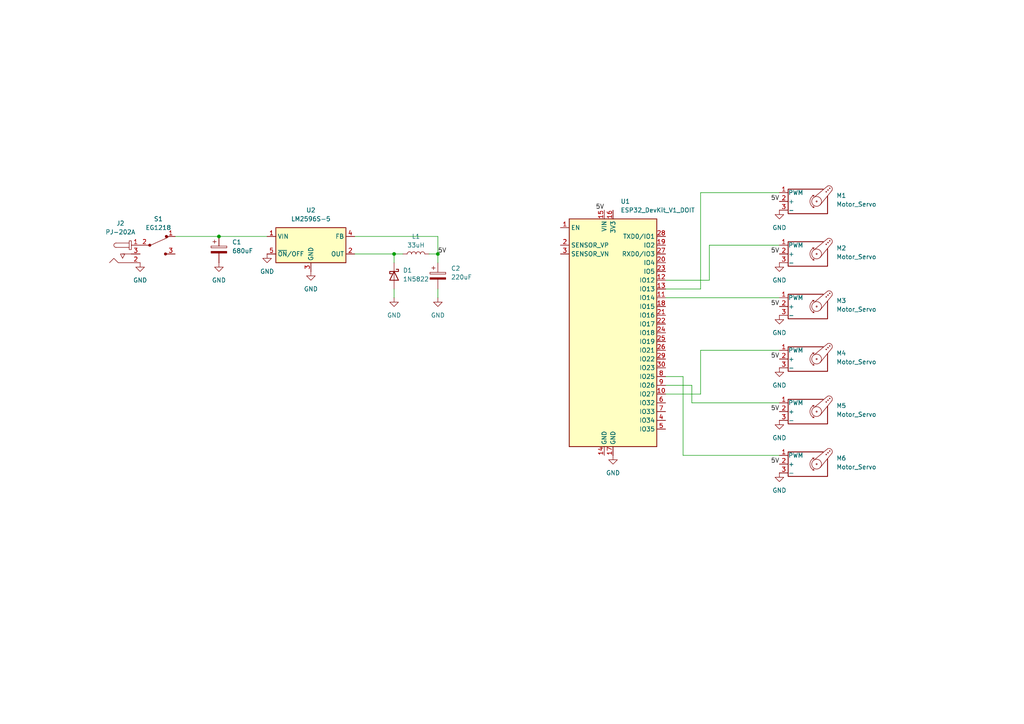
<source format=kicad_sch>
(kicad_sch (version 20231120) (generator "eeschema") (generator_version "8.0")
  (paper "A4")
  (lib_symbols
    (symbol "Device:C_Polarized" (pin_numbers hide) (pin_names (offset 0.254))
      (property "Reference" "C" (at 0.635 2.54 0))
      (property "Value" "C_Polarized" (at 0.635 -2.54 0))
      (symbol "C_Polarized_0_1"
        (rectangle (start -2.286 0.508) (end 2.286 1.016))
        (polyline (pts (xy -1.778 2.286) (xy -0.762 2.286)))
        (polyline (pts (xy -1.27 2.794) (xy -1.27 1.778)))
        (rectangle (start 2.286 -0.508) (end -2.286 -1.016) (fill (type outline)))
      )
      (symbol "C_Polarized_1_1"
        (pin passive line (at 0 3.81 270) (length 2.794) (name "~") (number "1"))
        (pin passive line (at 0 -3.81 90) (length 2.794) (name "~") (number "2"))
      )
    )
    (symbol "Device:L" (pin_numbers hide) (pin_names (offset 1.016) hide)
      (property "Reference" "L" (at -1.27 0 90))
      (property "Value" "L" (at 1.905 0 90))
      (symbol "L_0_1"
        (arc (start 0 -2.54) (mid 0.6323 -1.905) (end 0 -1.27))
        (arc (start 0 -1.27) (mid 0.6323 -0.635) (end 0 0))
        (arc (start 0 0) (mid 0.6323 0.635) (end 0 1.27))
        (arc (start 0 1.27) (mid 0.6323 1.905) (end 0 2.54))
      )
      (symbol "L_1_1"
        (pin passive line (at 0 3.81 270) (length 1.27) (name "1") (number "1"))
        (pin passive line (at 0 -3.81 90) (length 1.27) (name "2") (number "2"))
      )
    )
    (symbol "Diode:1N5822" (pin_numbers hide) (pin_names (offset 1.016) hide)
      (property "Reference" "D" (at 0 2.54 0))
      (property "Value" "1N5822" (at 0 -2.54 0))
      (symbol "1N5822_0_1"
        (polyline (pts (xy 1.27 0) (xy -1.27 0)))
        (polyline (pts (xy 1.27 1.27) (xy 1.27 -1.27) (xy -1.27 0) (xy 1.27 1.27)) (stroke (width 0.254)))
        (polyline (pts (xy -1.905 0.635) (xy -1.905 1.27) (xy -1.27 1.27) (xy -1.27 -1.27) (xy -0.635 -1.27) (xy -0.635 -0.635)) (stroke (width 0.254)))
      )
      (symbol "1N5822_1_1"
        (pin passive line (at -3.81 0 0) (length 2.54) (name "K") (number "1"))
        (pin passive line (at 3.81 0 180) (length 2.54) (name "A") (number "2"))
      )
    )
    (symbol "ESP32_DevKit_V1_DOIT:ESP32_DevKit_V1_DOIT"
      (property "Reference" "U" (at -11.43 34.29 0))
      (property "Value" "ESP32_DevKit_V1_DOIT" (at 11.43 34.29 0))
      (symbol "ESP32_DevKit_V1_DOIT_1_1"
        (rectangle (start -12.7 33.02) (end 12.7 -33.02) (stroke (width 0.254)) (fill (type background)))
        (pin input line (at -15.24 30.48 0) (length 2.54) (name "EN") (number "1"))
        (pin bidirectional line (at 15.24 -17.78 180) (length 2.54) (name "IO27") (number "10"))
        (pin bidirectional line (at 15.24 10.16 180) (length 2.54) (name "IO14") (number "11"))
        (pin bidirectional line (at 15.24 15.24 180) (length 2.54) (name "IO12") (number "12"))
        (pin bidirectional line (at 15.24 12.7 180) (length 2.54) (name "IO13") (number "13"))
        (pin power_in line (at -2.54 -35.56 90) (length 2.54) (name "GND") (number "14"))
        (pin power_in line (at -2.54 35.56 270) (length 2.54) (name "VIN") (number "15"))
        (pin power_in line (at 0 35.56 270) (length 2.54) (name "3V3") (number "16"))
        (pin power_in line (at 0 -35.56 90) (length 2.54) (name "GND") (number "17"))
        (pin bidirectional line (at 15.24 7.62 180) (length 2.54) (name "IO15") (number "18"))
        (pin bidirectional line (at 15.24 25.4 180) (length 2.54) (name "IO2") (number "19"))
        (pin input line (at -15.24 25.4 0) (length 2.54) (name "SENSOR_VP") (number "2"))
        (pin bidirectional line (at 15.24 20.32 180) (length 2.54) (name "IO4") (number "20"))
        (pin bidirectional line (at 15.24 5.08 180) (length 2.54) (name "IO16") (number "21"))
        (pin bidirectional line (at 15.24 2.54 180) (length 2.54) (name "IO17") (number "22"))
        (pin bidirectional line (at 15.24 17.78 180) (length 2.54) (name "IO5") (number "23"))
        (pin bidirectional line (at 15.24 0 180) (length 2.54) (name "IO18") (number "24"))
        (pin bidirectional line (at 15.24 -2.54 180) (length 2.54) (name "IO19") (number "25"))
        (pin bidirectional line (at 15.24 -5.08 180) (length 2.54) (name "IO21") (number "26"))
        (pin bidirectional line (at 15.24 22.86 180) (length 2.54) (name "RXD0/IO3") (number "27"))
        (pin bidirectional line (at 15.24 27.94 180) (length 2.54) (name "TXD0/IO1") (number "28"))
        (pin bidirectional line (at 15.24 -7.62 180) (length 2.54) (name "IO22") (number "29"))
        (pin input line (at -15.24 22.86 0) (length 2.54) (name "SENSOR_VN") (number "3"))
        (pin bidirectional line (at 15.24 -10.16 180) (length 2.54) (name "IO23") (number "30"))
        (pin input line (at 15.24 -25.4 180) (length 2.54) (name "IO34") (number "4"))
        (pin input line (at 15.24 -27.94 180) (length 2.54) (name "IO35") (number "5"))
        (pin bidirectional line (at 15.24 -20.32 180) (length 2.54) (name "IO32") (number "6"))
        (pin bidirectional line (at 15.24 -22.86 180) (length 2.54) (name "IO33") (number "7"))
        (pin bidirectional line (at 15.24 -12.7 180) (length 2.54) (name "IO25") (number "8"))
        (pin bidirectional line (at 15.24 -15.24 180) (length 2.54) (name "IO26") (number "9"))
      )
    )
    (symbol "Motor:Motor_Servo" (pin_names (offset 0.0254))
      (property "Reference" "M" (at -5.08 4.445 0))
      (property "Value" "Motor_Servo" (at -5.08 -4.064 0))
      (symbol "Motor_Servo_0_1"
        (polyline (pts (xy 2.413 -1.778) (xy 2.032 -1.778)))
        (polyline (pts (xy 2.413 -1.778) (xy 2.286 -1.397)))
        (polyline (pts (xy 2.413 1.778) (xy 1.905 1.778)))
        (polyline (pts (xy 2.413 1.778) (xy 2.286 1.397)))
        (polyline (pts (xy 6.35 4.445) (xy 2.54 1.27)))
        (polyline (pts (xy 7.62 3.175) (xy 4.191 -1.016)))
        (polyline (pts (xy 5.08 3.556) (xy -5.08 3.556) (xy -5.08 -3.556) (xy 6.35 -3.556) (xy 6.35 1.524)) (stroke (width 0.254)))
        (arc (start 2.413 1.778) (mid 1.2406 0) (end 2.413 -1.778))
        (circle (center 3.175 0) (radius 0.1778))
        (circle (center 3.175 0) (radius 1.4224))
        (circle (center 5.969 2.794) (radius 0.127))
        (circle (center 6.477 3.302) (radius 0.127))
        (circle (center 6.985 3.81) (radius 0.127))
        (arc (start 7.62 3.175) (mid 7.4485 4.2735) (end 6.35 4.445))
      )
      (symbol "Motor_Servo_1_1"
        (pin passive line (at -7.62 2.54 0) (length 2.54) (name "PWM") (number "1"))
        (pin passive line (at -7.62 0 0) (length 2.54) (name "+") (number "2"))
        (pin passive line (at -7.62 -2.54 0) (length 2.54) (name "-") (number "3"))
      )
    )
    (symbol "Regulator_Switching:LM2596S-5"
      (property "Reference" "U" (at -10.16 6.35 0))
      (property "Value" "LM2596S-5" (at 0 6.35 0))
      (symbol "LM2596S-5_0_1"
        (rectangle (start -10.16 5.08) (end 10.16 -5.08) (stroke (width 0.254)) (fill (type background)))
      )
      (symbol "LM2596S-5_1_1"
        (pin power_in line (at -12.7 2.54 0) (length 2.54) (name "VIN") (number "1"))
        (pin output line (at 12.7 -2.54 180) (length 2.54) (name "OUT") (number "2"))
        (pin power_in line (at 0 -7.62 90) (length 2.54) (name "GND") (number "3"))
        (pin input line (at 12.7 2.54 180) (length 2.54) (name "FB") (number "4"))
        (pin input line (at -12.7 -2.54 0) (length 2.54) (name "~{ON}/OFF") (number "5"))
      )
    )
    (symbol "dk_Barrel-Power-Connectors:PJ-202A" (pin_names (offset 1.016))
      (property "Reference" "J" (at 0 2.54 0))
      (property "Value" "PJ-202A" (at 0 -6.35 0))
      (symbol "PJ-202A_1_1"
        (arc (start -4.445 0.635) (mid -5.08 0) (end -4.445 -0.635))
        (rectangle (start -0.635 1.27) (end 0 -1.27))
        (polyline (pts (xy -0.635 -0.635) (xy -4.445 -0.635)))
        (polyline (pts (xy -0.635 0.635) (xy -4.445 0.635)))
        (polyline (pts (xy 0 -2.54) (xy -1.27 -2.54) (xy -2.54 -2.54)))
        (polyline (pts (xy 0 -5.08) (xy -3.81 -5.08) (xy -5.08 -3.81) (xy -6.35 -5.08)))
        (polyline (pts (xy -2.54 -2.54) (xy -3.175 -2.54) (xy -2.54 -3.81) (xy -1.905 -2.54) (xy -2.54 -2.54)))
        (pin passive line (at 2.54 0 180) (length 2.54) (name "~") (number "1"))
        (pin passive line (at 2.54 -5.08 180) (length 2.54) (name "~") (number "2"))
        (pin passive line (at 2.54 -2.54 180) (length 2.54) (name "~") (number "3"))
      )
    )
    (symbol "dk_Slide-Switches:EG1218" (pin_names (offset 0))
      (property "Reference" "S" (at -3.81 2.286 0))
      (property "Value" "EG1218" (at 0 -5.334 0))
      (symbol "EG1218_0_1"
        (circle (center -2.286 0) (radius 0.3556) (fill (type outline)))
        (polyline (pts (xy -2.032 0) (xy 3.048 2.286)))
        (circle (center 2.286 -2.54) (radius 0.3556) (fill (type outline)))
        (circle (center 2.54 2.54) (radius 0.3556) (fill (type outline)))
      )
      (symbol "EG1218_1_1"
        (pin passive line (at 5.08 2.54 180) (length 2.54) (name "~") (number "1"))
        (pin passive line (at -5.08 0 0) (length 2.54) (name "~") (number "2"))
        (pin passive line (at 5.08 -2.54 180) (length 2.54) (name "~") (number "3"))
      )
    )
    (symbol "power:GND" (power) (pin_numbers hide) (pin_names (offset 0) hide)
      (property "Value" "GND" (at 0 -3.81 0))
      (symbol "GND_0_1"
        (polyline (pts (xy 0 0) (xy 0 -1.27) (xy 1.27 -1.27) (xy 0 -2.54) (xy -1.27 -1.27) (xy 0 -1.27)))
      )
      (symbol "GND_1_1"
        (pin power_in line (at 0 0 270) (length 0) (name "~") (number "1"))
      )
    )
  )
  (junction (at 114.3 73.66))
  (junction (at 63.5 68.58))
  (junction (at 127 73.66))
  (wire (pts (xy 203.2 101.6) (xy 226.06 101.6)))
  (wire (pts (xy 193.04 111.76) (xy 200.66 111.76)))
  (wire (pts (xy 205.74 71.12) (xy 226.06 71.12)))
  (wire (pts (xy 63.5 68.58) (xy 77.47 68.58)))
  (wire (pts (xy 116.84 73.66) (xy 114.3 73.66)))
  (wire (pts (xy 102.87 73.66) (xy 114.3 73.66)))
  (wire (pts (xy 205.74 81.28) (xy 205.74 71.12)))
  (wire (pts (xy 200.66 116.84) (xy 226.06 116.84)))
  (wire (pts (xy 102.87 68.58) (xy 127 68.58)))
  (wire (pts (xy 198.12 109.22) (xy 198.12 132.08)))
  (wire (pts (xy 127 83.82) (xy 127 86.36)))
  (wire (pts (xy 203.2 83.82) (xy 203.2 55.88)))
  (wire (pts (xy 50.8 68.58) (xy 63.5 68.58)))
  (wire (pts (xy 193.04 83.82) (xy 203.2 83.82)))
  (wire (pts (xy 200.66 111.76) (xy 200.66 116.84)))
  (wire (pts (xy 193.04 114.3) (xy 203.2 114.3)))
  (wire (pts (xy 114.3 83.82) (xy 114.3 86.36)))
  (wire (pts (xy 127 68.58) (xy 127 73.66)))
  (wire (pts (xy 114.3 76.2) (xy 114.3 73.66)))
  (wire (pts (xy 203.2 55.88) (xy 226.06 55.88)))
  (wire (pts (xy 193.04 86.36) (xy 226.06 86.36)))
  (wire (pts (xy 203.2 114.3) (xy 203.2 101.6)))
  (wire (pts (xy 193.04 81.28) (xy 205.74 81.28)))
  (wire (pts (xy 127 73.66) (xy 124.46 73.66)))
  (wire (pts (xy 193.04 109.22) (xy 198.12 109.22)))
  (wire (pts (xy 127 76.2) (xy 127 73.66)))
  (wire (pts (xy 198.12 132.08) (xy 226.06 132.08)))
  (label "5V" (at 127 73.66 0))
  (label "5V" (at 226.06 73.66 180))
  (label "5V" (at 226.06 88.9 180))
  (label "5V" (at 175.26 60.96 180))
  (label "5V" (at 226.06 104.14 180))
  (label "5V" (at 226.06 58.42 180))
  (label "5V" (at 226.06 134.62 180))
  (label "5V" (at 226.06 119.38 180))
  (symbol (lib_id "power:GND") (at 226.06 76.2 0) (unit 1)
    (property "Reference" "#PWR7" (effects (hide yes)))
    (property "Value" "GND" (at 226.06 81.28 0))
    (property "Description" "Power symbol creates a global label with name \"GND\" , ground" (effects (hide yes)))
  )
  (symbol (lib_id "Regulator_Switching:LM2596S-5") (at 90.17 71.12 0) (unit 1)
    (property "Reference" "U2" (at 90.17 60.96 0))
    (property "Value" "LM2596S-5" (at 90.17 63.5 0))
    (property "Footprint" "Package_TO_SOT_SMD:TO-263-5_TabPin3" (effects (hide yes)))
    (property "Datasheet" "http://www.ti.com/lit/ds/symlink/lm2596.pdf" (effects (hide yes)))
    (property "Description" "5V 3A Step-Down Voltage Regulator, TO-263" (effects (hide yes)))
  )
  (symbol (lib_id "Device:C_Polarized") (at 127 80.01 0) (unit 1)
    (property "Reference" "C2" (at 130.81 77.8509 0) (effects (justify left)))
    (property "Value" "220uF" (at 130.81 80.3909 0) (effects (justify left)))
    (property "Footprint" "Capacitor_THT:CP_Radial_D6.3mm_P2.50mm" (effects (hide yes)))
    (property "Description" "Polarized capacitor" (effects (hide yes)))
  )
  (symbol (lib_id "ESP32_DevKit_V1_DOIT:ESP32_DevKit_V1_DOIT") (at 177.8 96.52 0) (unit 1)
    (property "Reference" "U1" (at 179.9941 58.42 0) (effects (justify left)))
    (property "Value" "ESP32_DevKit_V1_DOIT" (at 179.9941 60.96 0) (effects (justify left)))
    (property "Footprint" "ESP32_DevKit_V1_DOIT:esp32_devkit_v1_doit" (effects (hide yes)))
    (property "Datasheet" "https://aliexpress.com/item/32864722159.html" (effects (hide yes)))
    (property "Description" "32-bit microcontroller module with WiFi and Bluetooth" (effects (hide yes)))
  )
  (symbol (lib_id "Motor:Motor_Servo") (at 233.68 119.38 0) (unit 1)
    (property "Reference" "M5" (at 242.57 117.6765 0) (effects (justify left)))
    (property "Value" "Motor_Servo" (at 242.57 120.2165 0) (effects (justify left)))
    (property "Footprint" "Connector_PinHeader_2.54mm:PinHeader_1x03_P2.54mm_Vertical" (effects (hide yes)))
    (property "Datasheet" "http://forums.parallax.com/uploads/attachments/46831/74481.png" (effects (hide yes)))
    (property "Description" "Servo Motor (Futaba, HiTec, JR connector)" (effects (hide yes)))
  )
  (symbol (lib_id "Motor:Motor_Servo") (at 233.68 73.66 0) (unit 1)
    (property "Reference" "M2" (at 242.57 71.9565 0) (effects (justify left)))
    (property "Value" "Motor_Servo" (at 242.57 74.4965 0) (effects (justify left)))
    (property "Footprint" "Connector_PinHeader_2.54mm:PinHeader_1x03_P2.54mm_Vertical" (effects (hide yes)))
    (property "Datasheet" "http://forums.parallax.com/uploads/attachments/46831/74481.png" (effects (hide yes)))
    (property "Description" "Servo Motor (Futaba, HiTec, JR connector)" (effects (hide yes)))
  )
  (symbol (lib_id "power:GND") (at 177.8 132.08 0) (unit 1)
    (property "Reference" "#PWR1" (effects (hide yes)))
    (property "Value" "GND" (at 177.8 137.16 0))
    (property "Description" "Power symbol creates a global label with name \"GND\" , ground" (effects (hide yes)))
  )
  (symbol (lib_id "power:GND") (at 90.17 78.74 0) (unit 1)
    (property "Reference" "#PWR10" (effects (hide yes)))
    (property "Value" "GND" (at 90.17 83.82 0))
    (property "Description" "Power symbol creates a global label with name \"GND\" , ground" (effects (hide yes)))
  )
  (symbol (lib_id "Diode:1N5822") (at 114.3 80.01 270) (unit 1)
    (property "Reference" "D1" (at 116.84 78.4224 90) (effects (justify left)))
    (property "Value" "1N5822" (at 116.84 80.9624 90) (effects (justify left)))
    (property "Footprint" "Diode_THT:D_DO-201AD_P15.24mm_Horizontal" (effects (hide yes)))
    (property "Datasheet" "http://www.vishay.com/docs/88526/1n5820.pdf" (effects (hide yes)))
    (property "Description" "40V 3A Schottky Barrier Rectifier Diode, DO-201AD" (effects (hide yes)))
  )
  (symbol (lib_id "Motor:Motor_Servo") (at 233.68 88.9 0) (unit 1)
    (property "Reference" "M3" (at 242.57 87.1965 0) (effects (justify left)))
    (property "Value" "Motor_Servo" (at 242.57 89.7365 0) (effects (justify left)))
    (property "Footprint" "Connector_PinHeader_2.54mm:PinHeader_1x03_P2.54mm_Vertical" (effects (hide yes)))
    (property "Datasheet" "http://forums.parallax.com/uploads/attachments/46831/74481.png" (effects (hide yes)))
    (property "Description" "Servo Motor (Futaba, HiTec, JR connector)" (effects (hide yes)))
  )
  (symbol (lib_id "dk_Slide-Switches:EG1218") (at 45.72 71.12 0) (unit 1)
    (property "Reference" "S1" (at 45.9232 63.5 0))
    (property "Value" "EG1218" (at 45.9232 66.04 0))
    (property "Footprint" "digikey-footprints:Switch_Slide_11.6x4mm_EG1218" (effects (hide yes)))
    (property "Datasheet" "http://spec_sheets.e-switch.com/specs/P040040.pdf" (effects (hide yes)))
    (property "Description" "SWITCH SLIDE SPDT 200MA 30V" (effects (hide yes)))
    (property "Digi-Key_PN" "EG1903-ND" (effects (hide yes)))
    (property "MPN" "EG1218" (effects (hide yes)))
    (property "Category" "Switches" (effects (hide yes)))
    (property "Family" "Slide Switches" (effects (hide yes)))
    (property "DK_Datasheet_Link" "http://spec_sheets.e-switch.com/specs/P040040.pdf" (effects (hide yes)))
    (property "DK_Detail_Page" "/product-detail/en/e-switch/EG1218/EG1903-ND/101726" (effects (hide yes)))
    (property "Description_1" "SWITCH SLIDE SPDT 200MA 30V" (effects (hide yes)))
    (property "Manufacturer" "E-Switch" (effects (hide yes)))
    (property "Status" "Active" (effects (hide yes)))
  )
  (symbol (lib_id "power:GND") (at 127 86.36 0) (unit 1)
    (property "Reference" "#PWR9" (effects (hide yes)))
    (property "Value" "GND" (at 127 91.44 0))
    (property "Description" "Power symbol creates a global label with name \"GND\" , ground" (effects (hide yes)))
  )
  (symbol (lib_id "dk_Barrel-Power-Connectors:PJ-202A") (at 38.1 71.12 0) (unit 1)
    (property "Reference" "J2" (at 34.925 64.77 0))
    (property "Value" "PJ-202A" (at 34.925 67.31 0))
    (property "Footprint" "digikey-footprints:Barrel_Jack_5.5mmODx2.1mmID_PJ-202A" (effects (hide yes)))
    (property "Datasheet" "https://www.cui.com/product/resource/digikeypdf/pj-202a.pdf" (effects (hide yes)))
    (property "Description" "CONN PWR JACK 2X5.5MM KINKED PIN" (effects (hide yes)))
    (property "Digi-Key_PN" "CP-202A-ND" (effects (hide yes)))
    (property "MPN" "PJ-202A" (effects (hide yes)))
    (property "Category" "Connectors, Interconnects" (effects (hide yes)))
    (property "Family" "Barrel - Power Connectors" (effects (hide yes)))
    (property "DK_Datasheet_Link" "https://www.cui.com/product/resource/digikeypdf/pj-202a.pdf" (effects (hide yes)))
    (property "DK_Detail_Page" "/product-detail/en/cui-inc/PJ-202A/CP-202A-ND/252007" (effects (hide yes)))
    (property "Description_1" "CONN PWR JACK 2X5.5MM KINKED PIN" (effects (hide yes)))
    (property "Manufacturer" "CUI Inc." (effects (hide yes)))
    (property "Status" "Active" (effects (hide yes)))
  )
  (symbol (lib_id "Motor:Motor_Servo") (at 233.68 104.14 0) (unit 1)
    (property "Reference" "M4" (at 242.57 102.4365 0) (effects (justify left)))
    (property "Value" "Motor_Servo" (at 242.57 104.9765 0) (effects (justify left)))
    (property "Footprint" "Connector_PinHeader_2.54mm:PinHeader_1x03_P2.54mm_Vertical" (effects (hide yes)))
    (property "Datasheet" "http://forums.parallax.com/uploads/attachments/46831/74481.png" (effects (hide yes)))
    (property "Description" "Servo Motor (Futaba, HiTec, JR connector)" (effects (hide yes)))
  )
  (symbol (lib_id "power:GND") (at 77.47 73.66 0) (unit 1)
    (property "Reference" "#PWR13" (effects (hide yes)))
    (property "Value" "GND" (at 77.47 78.74 0))
    (property "Description" "Power symbol creates a global label with name \"GND\" , ground" (effects (hide yes)))
  )
  (symbol (lib_id "power:GND") (at 114.3 86.36 0) (unit 1)
    (property "Reference" "#PWR8" (effects (hide yes)))
    (property "Value" "GND" (at 114.3 91.44 0))
    (property "Description" "Power symbol creates a global label with name \"GND\" , ground" (effects (hide yes)))
  )
  (symbol (lib_id "power:GND") (at 226.06 106.68 0) (unit 1)
    (property "Reference" "#PWR4" (effects (hide yes)))
    (property "Value" "GND" (at 226.06 111.76 0))
    (property "Description" "Power symbol creates a global label with name \"GND\" , ground" (effects (hide yes)))
  )
  (symbol (lib_id "power:GND") (at 226.06 91.44 0) (unit 1)
    (property "Reference" "#PWR5" (effects (hide yes)))
    (property "Value" "GND" (at 226.06 96.52 0))
    (property "Description" "Power symbol creates a global label with name \"GND\" , ground" (effects (hide yes)))
  )
  (symbol (lib_id "Device:L") (at 120.65 73.66 90) (unit 1)
    (property "Reference" "L1" (at 120.65 68.58 90))
    (property "Value" "33uH" (at 120.65 71.12 90))
    (property "Footprint" "Inductor_THT:L_Toroid_Vertical_L13.0mm_W6.5mm_P5.60mm" (effects (hide yes)))
    (property "Description" "Inductor" (effects (hide yes)))
  )
  (symbol (lib_id "power:GND") (at 40.64 76.2 0) (unit 1)
    (property "Reference" "#PWR11" (effects (hide yes)))
    (property "Value" "GND" (at 40.64 81.28 0))
    (property "Description" "Power symbol creates a global label with name \"GND\" , ground" (effects (hide yes)))
  )
  (symbol (lib_id "Motor:Motor_Servo") (at 233.68 58.42 0) (unit 1)
    (property "Reference" "M1" (at 242.57 56.7165 0) (effects (justify left)))
    (property "Value" "Motor_Servo" (at 242.57 59.2565 0) (effects (justify left)))
    (property "Footprint" "Connector_PinHeader_2.54mm:PinHeader_1x03_P2.54mm_Vertical" (effects (hide yes)))
    (property "Datasheet" "http://forums.parallax.com/uploads/attachments/46831/74481.png" (effects (hide yes)))
    (property "Description" "Servo Motor (Futaba, HiTec, JR connector)" (effects (hide yes)))
  )
  (symbol (lib_id "power:GND") (at 226.06 121.92 0) (unit 1)
    (property "Reference" "#PWR3" (effects (hide yes)))
    (property "Value" "GND" (at 226.06 127 0))
    (property "Description" "Power symbol creates a global label with name \"GND\" , ground" (effects (hide yes)))
  )
  (symbol (lib_id "power:GND") (at 63.5 76.2 0) (unit 1)
    (property "Reference" "#PWR12" (effects (hide yes)))
    (property "Value" "GND" (at 63.5 81.28 0))
    (property "Description" "Power symbol creates a global label with name \"GND\" , ground" (effects (hide yes)))
  )
  (symbol (lib_id "Motor:Motor_Servo") (at 233.68 134.62 0) (unit 1)
    (property "Reference" "M6" (at 242.57 132.9165 0) (effects (justify left)))
    (property "Value" "Motor_Servo" (at 242.57 135.4565 0) (effects (justify left)))
    (property "Footprint" "Connector_PinHeader_2.54mm:PinHeader_1x03_P2.54mm_Vertical" (effects (hide yes)))
    (property "Datasheet" "http://forums.parallax.com/uploads/attachments/46831/74481.png" (effects (hide yes)))
    (property "Description" "Servo Motor (Futaba, HiTec, JR connector)" (effects (hide yes)))
  )
  (symbol (lib_id "power:GND") (at 226.06 60.96 0) (unit 1)
    (property "Reference" "#PWR6" (effects (hide yes)))
    (property "Value" "GND" (at 226.06 66.04 0))
    (property "Description" "Power symbol creates a global label with name \"GND\" , ground" (effects (hide yes)))
  )
  (symbol (lib_id "Device:C_Polarized") (at 63.5 72.39 0) (unit 1)
    (property "Reference" "C1" (at 67.31 70.2309 0) (effects (justify left)))
    (property "Value" "680uF" (at 67.31 72.7709 0) (effects (justify left)))
    (property "Footprint" "Capacitor_THT:CP_Radial_D16.0mm_P7.50mm" (effects (hide yes)))
    (property "Description" "Polarized capacitor" (effects (hide yes)))
  )
  (symbol (lib_id "power:GND") (at 226.06 137.16 0) (unit 1)
    (property "Reference" "#PWR2" (effects (hide yes)))
    (property "Value" "GND" (at 226.06 142.24 0))
    (property "Description" "Power symbol creates a global label with name \"GND\" , ground" (effects (hide yes)))
  )
)
</source>
